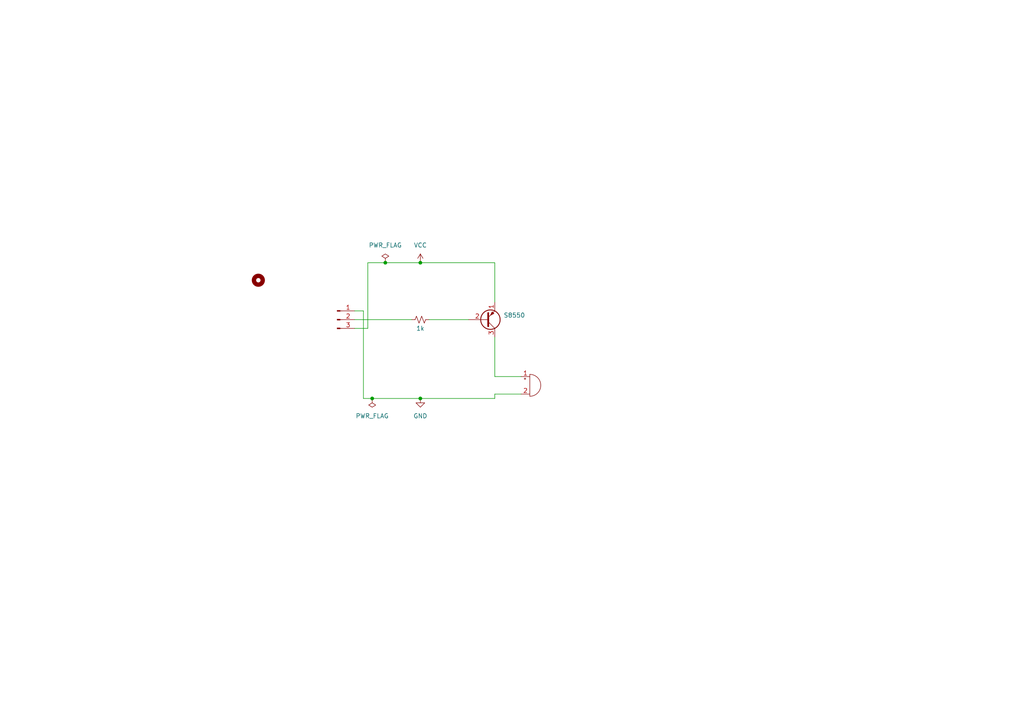
<source format=kicad_sch>
(kicad_sch
	(version 20231120)
	(generator "eeschema")
	(generator_version "8.0")
	(uuid "3ac4383b-1de0-44ef-8e8b-a99ec4beaf9e")
	(paper "A4")
	(title_block
		(title "Passive Buzzer Module")
		(date "2024-07-03")
		(company "Prince Lee Muhera")
	)
	(lib_symbols
		(symbol "Connector:Conn_01x03_Pin"
			(pin_names
				(offset 1.016) hide)
			(exclude_from_sim no)
			(in_bom yes)
			(on_board yes)
			(property "Reference" "J"
				(at 0 5.08 0)
				(effects
					(font
						(size 1.27 1.27)
					)
				)
			)
			(property "Value" "Conn_01x03_Pin"
				(at 0 -5.08 0)
				(effects
					(font
						(size 1.27 1.27)
					)
				)
			)
			(property "Footprint" ""
				(at 0 0 0)
				(effects
					(font
						(size 1.27 1.27)
					)
					(hide yes)
				)
			)
			(property "Datasheet" "~"
				(at 0 0 0)
				(effects
					(font
						(size 1.27 1.27)
					)
					(hide yes)
				)
			)
			(property "Description" "Generic connector, single row, 01x03, script generated"
				(at 0 0 0)
				(effects
					(font
						(size 1.27 1.27)
					)
					(hide yes)
				)
			)
			(property "ki_locked" ""
				(at 0 0 0)
				(effects
					(font
						(size 1.27 1.27)
					)
				)
			)
			(property "ki_keywords" "connector"
				(at 0 0 0)
				(effects
					(font
						(size 1.27 1.27)
					)
					(hide yes)
				)
			)
			(property "ki_fp_filters" "Connector*:*_1x??_*"
				(at 0 0 0)
				(effects
					(font
						(size 1.27 1.27)
					)
					(hide yes)
				)
			)
			(symbol "Conn_01x03_Pin_1_1"
				(polyline
					(pts
						(xy 1.27 -2.54) (xy 0.8636 -2.54)
					)
					(stroke
						(width 0.1524)
						(type default)
					)
					(fill
						(type none)
					)
				)
				(polyline
					(pts
						(xy 1.27 0) (xy 0.8636 0)
					)
					(stroke
						(width 0.1524)
						(type default)
					)
					(fill
						(type none)
					)
				)
				(polyline
					(pts
						(xy 1.27 2.54) (xy 0.8636 2.54)
					)
					(stroke
						(width 0.1524)
						(type default)
					)
					(fill
						(type none)
					)
				)
				(rectangle
					(start 0.8636 -2.413)
					(end 0 -2.667)
					(stroke
						(width 0.1524)
						(type default)
					)
					(fill
						(type outline)
					)
				)
				(rectangle
					(start 0.8636 0.127)
					(end 0 -0.127)
					(stroke
						(width 0.1524)
						(type default)
					)
					(fill
						(type outline)
					)
				)
				(rectangle
					(start 0.8636 2.667)
					(end 0 2.413)
					(stroke
						(width 0.1524)
						(type default)
					)
					(fill
						(type outline)
					)
				)
				(pin passive line
					(at 5.08 2.54 180)
					(length 3.81)
					(name "Pin_1"
						(effects
							(font
								(size 1.27 1.27)
							)
						)
					)
					(number "1"
						(effects
							(font
								(size 1.27 1.27)
							)
						)
					)
				)
				(pin passive line
					(at 5.08 0 180)
					(length 3.81)
					(name "Pin_2"
						(effects
							(font
								(size 1.27 1.27)
							)
						)
					)
					(number "2"
						(effects
							(font
								(size 1.27 1.27)
							)
						)
					)
				)
				(pin passive line
					(at 5.08 -2.54 180)
					(length 3.81)
					(name "Pin_3"
						(effects
							(font
								(size 1.27 1.27)
							)
						)
					)
					(number "3"
						(effects
							(font
								(size 1.27 1.27)
							)
						)
					)
				)
			)
		)
		(symbol "Device:Buzzer"
			(pin_names
				(offset 0.0254) hide)
			(exclude_from_sim no)
			(in_bom yes)
			(on_board yes)
			(property "Reference" "BZ"
				(at 3.81 1.27 0)
				(effects
					(font
						(size 1.27 1.27)
					)
					(justify left)
				)
			)
			(property "Value" "Buzzer"
				(at 3.81 -1.27 0)
				(effects
					(font
						(size 1.27 1.27)
					)
					(justify left)
				)
			)
			(property "Footprint" ""
				(at -0.635 2.54 90)
				(effects
					(font
						(size 1.27 1.27)
					)
					(hide yes)
				)
			)
			(property "Datasheet" "~"
				(at -0.635 2.54 90)
				(effects
					(font
						(size 1.27 1.27)
					)
					(hide yes)
				)
			)
			(property "Description" "Buzzer, polarized"
				(at 0 0 0)
				(effects
					(font
						(size 1.27 1.27)
					)
					(hide yes)
				)
			)
			(property "ki_keywords" "quartz resonator ceramic"
				(at 0 0 0)
				(effects
					(font
						(size 1.27 1.27)
					)
					(hide yes)
				)
			)
			(property "ki_fp_filters" "*Buzzer*"
				(at 0 0 0)
				(effects
					(font
						(size 1.27 1.27)
					)
					(hide yes)
				)
			)
			(symbol "Buzzer_0_1"
				(arc
					(start 0 -3.175)
					(mid 3.1612 0)
					(end 0 3.175)
					(stroke
						(width 0)
						(type default)
					)
					(fill
						(type none)
					)
				)
				(polyline
					(pts
						(xy -1.651 1.905) (xy -1.143 1.905)
					)
					(stroke
						(width 0)
						(type default)
					)
					(fill
						(type none)
					)
				)
				(polyline
					(pts
						(xy -1.397 2.159) (xy -1.397 1.651)
					)
					(stroke
						(width 0)
						(type default)
					)
					(fill
						(type none)
					)
				)
				(polyline
					(pts
						(xy 0 3.175) (xy 0 -3.175)
					)
					(stroke
						(width 0)
						(type default)
					)
					(fill
						(type none)
					)
				)
			)
			(symbol "Buzzer_1_1"
				(pin passive line
					(at -2.54 2.54 0)
					(length 2.54)
					(name "+"
						(effects
							(font
								(size 1.27 1.27)
							)
						)
					)
					(number "1"
						(effects
							(font
								(size 1.27 1.27)
							)
						)
					)
				)
				(pin passive line
					(at -2.54 -2.54 0)
					(length 2.54)
					(name "-"
						(effects
							(font
								(size 1.27 1.27)
							)
						)
					)
					(number "2"
						(effects
							(font
								(size 1.27 1.27)
							)
						)
					)
				)
			)
		)
		(symbol "Device:R_Small_US"
			(pin_numbers hide)
			(pin_names
				(offset 0.254) hide)
			(exclude_from_sim no)
			(in_bom yes)
			(on_board yes)
			(property "Reference" "R"
				(at 0.762 0.508 0)
				(effects
					(font
						(size 1.27 1.27)
					)
					(justify left)
				)
			)
			(property "Value" "R_Small_US"
				(at 0.762 -1.016 0)
				(effects
					(font
						(size 1.27 1.27)
					)
					(justify left)
				)
			)
			(property "Footprint" ""
				(at 0 0 0)
				(effects
					(font
						(size 1.27 1.27)
					)
					(hide yes)
				)
			)
			(property "Datasheet" "~"
				(at 0 0 0)
				(effects
					(font
						(size 1.27 1.27)
					)
					(hide yes)
				)
			)
			(property "Description" "Resistor, small US symbol"
				(at 0 0 0)
				(effects
					(font
						(size 1.27 1.27)
					)
					(hide yes)
				)
			)
			(property "ki_keywords" "r resistor"
				(at 0 0 0)
				(effects
					(font
						(size 1.27 1.27)
					)
					(hide yes)
				)
			)
			(property "ki_fp_filters" "R_*"
				(at 0 0 0)
				(effects
					(font
						(size 1.27 1.27)
					)
					(hide yes)
				)
			)
			(symbol "R_Small_US_1_1"
				(polyline
					(pts
						(xy 0 0) (xy 1.016 -0.381) (xy 0 -0.762) (xy -1.016 -1.143) (xy 0 -1.524)
					)
					(stroke
						(width 0)
						(type default)
					)
					(fill
						(type none)
					)
				)
				(polyline
					(pts
						(xy 0 1.524) (xy 1.016 1.143) (xy 0 0.762) (xy -1.016 0.381) (xy 0 0)
					)
					(stroke
						(width 0)
						(type default)
					)
					(fill
						(type none)
					)
				)
				(pin passive line
					(at 0 2.54 270)
					(length 1.016)
					(name "~"
						(effects
							(font
								(size 1.27 1.27)
							)
						)
					)
					(number "1"
						(effects
							(font
								(size 1.27 1.27)
							)
						)
					)
				)
				(pin passive line
					(at 0 -2.54 90)
					(length 1.016)
					(name "~"
						(effects
							(font
								(size 1.27 1.27)
							)
						)
					)
					(number "2"
						(effects
							(font
								(size 1.27 1.27)
							)
						)
					)
				)
			)
		)
		(symbol "Mechanical:MountingHole"
			(pin_names
				(offset 1.016)
			)
			(exclude_from_sim yes)
			(in_bom no)
			(on_board yes)
			(property "Reference" "H"
				(at 0 5.08 0)
				(effects
					(font
						(size 1.27 1.27)
					)
				)
			)
			(property "Value" "MountingHole"
				(at 0 3.175 0)
				(effects
					(font
						(size 1.27 1.27)
					)
				)
			)
			(property "Footprint" ""
				(at 0 0 0)
				(effects
					(font
						(size 1.27 1.27)
					)
					(hide yes)
				)
			)
			(property "Datasheet" "~"
				(at 0 0 0)
				(effects
					(font
						(size 1.27 1.27)
					)
					(hide yes)
				)
			)
			(property "Description" "Mounting Hole without connection"
				(at 0 0 0)
				(effects
					(font
						(size 1.27 1.27)
					)
					(hide yes)
				)
			)
			(property "ki_keywords" "mounting hole"
				(at 0 0 0)
				(effects
					(font
						(size 1.27 1.27)
					)
					(hide yes)
				)
			)
			(property "ki_fp_filters" "MountingHole*"
				(at 0 0 0)
				(effects
					(font
						(size 1.27 1.27)
					)
					(hide yes)
				)
			)
			(symbol "MountingHole_0_1"
				(circle
					(center 0 0)
					(radius 1.27)
					(stroke
						(width 1.27)
						(type default)
					)
					(fill
						(type none)
					)
				)
			)
		)
		(symbol "Transistor_BJT:S8550"
			(pin_names
				(offset 0) hide)
			(exclude_from_sim no)
			(in_bom yes)
			(on_board yes)
			(property "Reference" "Q"
				(at 5.08 1.905 0)
				(effects
					(font
						(size 1.27 1.27)
					)
					(justify left)
				)
			)
			(property "Value" "S8550"
				(at 5.08 0 0)
				(effects
					(font
						(size 1.27 1.27)
					)
					(justify left)
				)
			)
			(property "Footprint" "Package_TO_SOT_THT:TO-92_Inline"
				(at 5.08 -1.905 0)
				(effects
					(font
						(size 1.27 1.27)
						(italic yes)
					)
					(justify left)
					(hide yes)
				)
			)
			(property "Datasheet" "http://www.unisonic.com.tw/datasheet/S8550.pdf"
				(at 0 0 0)
				(effects
					(font
						(size 1.27 1.27)
					)
					(justify left)
					(hide yes)
				)
			)
			(property "Description" "0.7A Ic, 20V Vce, Low Voltage High Current PNP Transistor, TO-92"
				(at 0 0 0)
				(effects
					(font
						(size 1.27 1.27)
					)
					(hide yes)
				)
			)
			(property "ki_keywords" "S8550 PNP Low Voltage High Current Transistor"
				(at 0 0 0)
				(effects
					(font
						(size 1.27 1.27)
					)
					(hide yes)
				)
			)
			(property "ki_fp_filters" "TO?92*"
				(at 0 0 0)
				(effects
					(font
						(size 1.27 1.27)
					)
					(hide yes)
				)
			)
			(symbol "S8550_0_1"
				(polyline
					(pts
						(xy 0 0) (xy 0.635 0)
					)
					(stroke
						(width 0)
						(type default)
					)
					(fill
						(type none)
					)
				)
				(polyline
					(pts
						(xy 2.54 -2.54) (xy 0.635 -0.635)
					)
					(stroke
						(width 0)
						(type default)
					)
					(fill
						(type none)
					)
				)
				(polyline
					(pts
						(xy 2.54 2.54) (xy 0.635 0.635)
					)
					(stroke
						(width 0)
						(type default)
					)
					(fill
						(type none)
					)
				)
				(polyline
					(pts
						(xy 0.635 1.905) (xy 0.635 -1.905) (xy 0.635 -1.905)
					)
					(stroke
						(width 0.508)
						(type default)
					)
					(fill
						(type outline)
					)
				)
				(polyline
					(pts
						(xy 1.778 -2.286) (xy 2.286 -1.778) (xy 1.27 -1.27) (xy 1.778 -2.286) (xy 1.778 -2.286)
					)
					(stroke
						(width 0)
						(type default)
					)
					(fill
						(type outline)
					)
				)
				(circle
					(center 1.27 0)
					(radius 2.8194)
					(stroke
						(width 0.254)
						(type default)
					)
					(fill
						(type none)
					)
				)
			)
			(symbol "S8550_1_1"
				(pin passive line
					(at 2.54 -5.08 90)
					(length 2.54)
					(name "E"
						(effects
							(font
								(size 1.27 1.27)
							)
						)
					)
					(number "1"
						(effects
							(font
								(size 1.27 1.27)
							)
						)
					)
				)
				(pin input line
					(at -5.08 0 0)
					(length 5.08)
					(name "B"
						(effects
							(font
								(size 1.27 1.27)
							)
						)
					)
					(number "2"
						(effects
							(font
								(size 1.27 1.27)
							)
						)
					)
				)
				(pin passive line
					(at 2.54 5.08 270)
					(length 2.54)
					(name "C"
						(effects
							(font
								(size 1.27 1.27)
							)
						)
					)
					(number "3"
						(effects
							(font
								(size 1.27 1.27)
							)
						)
					)
				)
			)
		)
		(symbol "power:GND"
			(power)
			(pin_numbers hide)
			(pin_names
				(offset 0) hide)
			(exclude_from_sim no)
			(in_bom yes)
			(on_board yes)
			(property "Reference" "#PWR"
				(at 0 -6.35 0)
				(effects
					(font
						(size 1.27 1.27)
					)
					(hide yes)
				)
			)
			(property "Value" "GND"
				(at 0 -3.81 0)
				(effects
					(font
						(size 1.27 1.27)
					)
				)
			)
			(property "Footprint" ""
				(at 0 0 0)
				(effects
					(font
						(size 1.27 1.27)
					)
					(hide yes)
				)
			)
			(property "Datasheet" ""
				(at 0 0 0)
				(effects
					(font
						(size 1.27 1.27)
					)
					(hide yes)
				)
			)
			(property "Description" "Power symbol creates a global label with name \"GND\" , ground"
				(at 0 0 0)
				(effects
					(font
						(size 1.27 1.27)
					)
					(hide yes)
				)
			)
			(property "ki_keywords" "global power"
				(at 0 0 0)
				(effects
					(font
						(size 1.27 1.27)
					)
					(hide yes)
				)
			)
			(symbol "GND_0_1"
				(polyline
					(pts
						(xy 0 0) (xy 0 -1.27) (xy 1.27 -1.27) (xy 0 -2.54) (xy -1.27 -1.27) (xy 0 -1.27)
					)
					(stroke
						(width 0)
						(type default)
					)
					(fill
						(type none)
					)
				)
			)
			(symbol "GND_1_1"
				(pin power_in line
					(at 0 0 270)
					(length 0)
					(name "~"
						(effects
							(font
								(size 1.27 1.27)
							)
						)
					)
					(number "1"
						(effects
							(font
								(size 1.27 1.27)
							)
						)
					)
				)
			)
		)
		(symbol "power:PWR_FLAG"
			(power)
			(pin_numbers hide)
			(pin_names
				(offset 0) hide)
			(exclude_from_sim no)
			(in_bom yes)
			(on_board yes)
			(property "Reference" "#FLG"
				(at 0 1.905 0)
				(effects
					(font
						(size 1.27 1.27)
					)
					(hide yes)
				)
			)
			(property "Value" "PWR_FLAG"
				(at 0 3.81 0)
				(effects
					(font
						(size 1.27 1.27)
					)
				)
			)
			(property "Footprint" ""
				(at 0 0 0)
				(effects
					(font
						(size 1.27 1.27)
					)
					(hide yes)
				)
			)
			(property "Datasheet" "~"
				(at 0 0 0)
				(effects
					(font
						(size 1.27 1.27)
					)
					(hide yes)
				)
			)
			(property "Description" "Special symbol for telling ERC where power comes from"
				(at 0 0 0)
				(effects
					(font
						(size 1.27 1.27)
					)
					(hide yes)
				)
			)
			(property "ki_keywords" "flag power"
				(at 0 0 0)
				(effects
					(font
						(size 1.27 1.27)
					)
					(hide yes)
				)
			)
			(symbol "PWR_FLAG_0_0"
				(pin power_out line
					(at 0 0 90)
					(length 0)
					(name "~"
						(effects
							(font
								(size 1.27 1.27)
							)
						)
					)
					(number "1"
						(effects
							(font
								(size 1.27 1.27)
							)
						)
					)
				)
			)
			(symbol "PWR_FLAG_0_1"
				(polyline
					(pts
						(xy 0 0) (xy 0 1.27) (xy -1.016 1.905) (xy 0 2.54) (xy 1.016 1.905) (xy 0 1.27)
					)
					(stroke
						(width 0)
						(type default)
					)
					(fill
						(type none)
					)
				)
			)
		)
		(symbol "power:VCC"
			(power)
			(pin_numbers hide)
			(pin_names
				(offset 0) hide)
			(exclude_from_sim no)
			(in_bom yes)
			(on_board yes)
			(property "Reference" "#PWR"
				(at 0 -3.81 0)
				(effects
					(font
						(size 1.27 1.27)
					)
					(hide yes)
				)
			)
			(property "Value" "VCC"
				(at 0 3.556 0)
				(effects
					(font
						(size 1.27 1.27)
					)
				)
			)
			(property "Footprint" ""
				(at 0 0 0)
				(effects
					(font
						(size 1.27 1.27)
					)
					(hide yes)
				)
			)
			(property "Datasheet" ""
				(at 0 0 0)
				(effects
					(font
						(size 1.27 1.27)
					)
					(hide yes)
				)
			)
			(property "Description" "Power symbol creates a global label with name \"VCC\""
				(at 0 0 0)
				(effects
					(font
						(size 1.27 1.27)
					)
					(hide yes)
				)
			)
			(property "ki_keywords" "global power"
				(at 0 0 0)
				(effects
					(font
						(size 1.27 1.27)
					)
					(hide yes)
				)
			)
			(symbol "VCC_0_1"
				(polyline
					(pts
						(xy -0.762 1.27) (xy 0 2.54)
					)
					(stroke
						(width 0)
						(type default)
					)
					(fill
						(type none)
					)
				)
				(polyline
					(pts
						(xy 0 0) (xy 0 2.54)
					)
					(stroke
						(width 0)
						(type default)
					)
					(fill
						(type none)
					)
				)
				(polyline
					(pts
						(xy 0 2.54) (xy 0.762 1.27)
					)
					(stroke
						(width 0)
						(type default)
					)
					(fill
						(type none)
					)
				)
			)
			(symbol "VCC_1_1"
				(pin power_in line
					(at 0 0 90)
					(length 0)
					(name "~"
						(effects
							(font
								(size 1.27 1.27)
							)
						)
					)
					(number "1"
						(effects
							(font
								(size 1.27 1.27)
							)
						)
					)
				)
			)
		)
	)
	(junction
		(at 107.95 115.57)
		(diameter 0)
		(color 0 0 0 0)
		(uuid "066f2949-2a14-4196-accd-f1a99d9f5b8e")
	)
	(junction
		(at 121.92 76.2)
		(diameter 0)
		(color 0 0 0 0)
		(uuid "258bc05c-5829-4658-88b7-a32a7a636d01")
	)
	(junction
		(at 121.92 115.57)
		(diameter 0)
		(color 0 0 0 0)
		(uuid "8c07985d-55e2-41ad-afc6-1783c7a8848e")
	)
	(junction
		(at 111.76 76.2)
		(diameter 0)
		(color 0 0 0 0)
		(uuid "c1f18d17-ab9b-43dc-af54-c522136647b1")
	)
	(wire
		(pts
			(xy 143.51 97.79) (xy 143.51 109.22)
		)
		(stroke
			(width 0)
			(type default)
		)
		(uuid "001258cb-6ef5-4836-b3c9-d759110b2f2e")
	)
	(wire
		(pts
			(xy 143.51 76.2) (xy 121.92 76.2)
		)
		(stroke
			(width 0)
			(type default)
		)
		(uuid "00b3cc1e-fae9-418a-a7b7-11789d525878")
	)
	(wire
		(pts
			(xy 105.41 115.57) (xy 107.95 115.57)
		)
		(stroke
			(width 0)
			(type default)
		)
		(uuid "0432bb22-d6f1-4851-aac3-b85e766c327f")
	)
	(wire
		(pts
			(xy 106.68 95.25) (xy 102.87 95.25)
		)
		(stroke
			(width 0)
			(type default)
		)
		(uuid "16e7f51b-825c-4a27-a8de-b4856c5de9b6")
	)
	(wire
		(pts
			(xy 111.76 76.2) (xy 121.92 76.2)
		)
		(stroke
			(width 0)
			(type default)
		)
		(uuid "1d6c1b46-05f4-444a-84d9-e7965435c0a9")
	)
	(wire
		(pts
			(xy 106.68 76.2) (xy 111.76 76.2)
		)
		(stroke
			(width 0)
			(type default)
		)
		(uuid "2aa4f072-3794-4650-809e-eefde809d6a2")
	)
	(wire
		(pts
			(xy 151.13 114.3) (xy 143.51 114.3)
		)
		(stroke
			(width 0)
			(type default)
		)
		(uuid "334a8e9f-f575-4577-8bbe-a6c5bb2e11da")
	)
	(wire
		(pts
			(xy 105.41 115.57) (xy 105.41 90.17)
		)
		(stroke
			(width 0)
			(type default)
		)
		(uuid "35342110-91df-4402-be7a-f5c5e62339a3")
	)
	(wire
		(pts
			(xy 124.46 92.71) (xy 135.89 92.71)
		)
		(stroke
			(width 0)
			(type default)
		)
		(uuid "371583f3-fc49-43bd-b2e0-11823a9ec721")
	)
	(wire
		(pts
			(xy 107.95 115.57) (xy 121.92 115.57)
		)
		(stroke
			(width 0)
			(type default)
		)
		(uuid "6e69653d-8486-4cd4-b48d-aece8bb5b9a9")
	)
	(wire
		(pts
			(xy 106.68 76.2) (xy 106.68 95.25)
		)
		(stroke
			(width 0)
			(type default)
		)
		(uuid "7bbb8db2-7eda-4049-a7b8-332bfd90a681")
	)
	(wire
		(pts
			(xy 105.41 90.17) (xy 102.87 90.17)
		)
		(stroke
			(width 0)
			(type default)
		)
		(uuid "7e18606a-d6e7-4af2-9054-afcbd3dfb7b6")
	)
	(wire
		(pts
			(xy 143.51 115.57) (xy 121.92 115.57)
		)
		(stroke
			(width 0)
			(type default)
		)
		(uuid "8b4e04c7-af98-44e7-9172-05d8963e8575")
	)
	(wire
		(pts
			(xy 143.51 115.57) (xy 143.51 114.3)
		)
		(stroke
			(width 0)
			(type default)
		)
		(uuid "8b8b5adc-3903-4ca4-a788-13f7037636ee")
	)
	(wire
		(pts
			(xy 143.51 87.63) (xy 143.51 76.2)
		)
		(stroke
			(width 0)
			(type default)
		)
		(uuid "a073d0e6-dd97-4b77-8f1f-4fde4a9d5b31")
	)
	(wire
		(pts
			(xy 143.51 109.22) (xy 151.13 109.22)
		)
		(stroke
			(width 0)
			(type default)
		)
		(uuid "b667b94c-8c7b-4a9a-8732-4601a9207aca")
	)
	(wire
		(pts
			(xy 102.87 92.71) (xy 119.38 92.71)
		)
		(stroke
			(width 0)
			(type default)
		)
		(uuid "defdbab1-c69f-468c-b86a-e12ff353e816")
	)
	(symbol
		(lib_id "power:PWR_FLAG")
		(at 111.76 76.2 0)
		(unit 1)
		(exclude_from_sim no)
		(in_bom yes)
		(on_board yes)
		(dnp no)
		(fields_autoplaced yes)
		(uuid "3397b694-6f4b-41ff-867f-0595c0c8ddf8")
		(property "Reference" "#FLG01"
			(at 111.76 74.295 0)
			(effects
				(font
					(size 1.27 1.27)
				)
				(hide yes)
			)
		)
		(property "Value" "PWR_FLAG"
			(at 111.76 71.12 0)
			(effects
				(font
					(size 1.27 1.27)
				)
			)
		)
		(property "Footprint" ""
			(at 111.76 76.2 0)
			(effects
				(font
					(size 1.27 1.27)
				)
				(hide yes)
			)
		)
		(property "Datasheet" "~"
			(at 111.76 76.2 0)
			(effects
				(font
					(size 1.27 1.27)
				)
				(hide yes)
			)
		)
		(property "Description" "Special symbol for telling ERC where power comes from"
			(at 111.76 76.2 0)
			(effects
				(font
					(size 1.27 1.27)
				)
				(hide yes)
			)
		)
		(pin "1"
			(uuid "dbfa7c94-2594-46c6-8053-40c6c2543cf3")
		)
		(instances
			(project ""
				(path "/3ac4383b-1de0-44ef-8e8b-a99ec4beaf9e"
					(reference "#FLG01")
					(unit 1)
				)
			)
		)
	)
	(symbol
		(lib_id "Connector:Conn_01x03_Pin")
		(at 97.79 92.71 0)
		(unit 1)
		(exclude_from_sim no)
		(in_bom yes)
		(on_board yes)
		(dnp no)
		(fields_autoplaced yes)
		(uuid "5f230cde-54a2-4d07-8ca4-fe9a91f8ef94")
		(property "Reference" "J1"
			(at 98.425 85.09 0)
			(effects
				(font
					(size 1.27 1.27)
				)
				(hide yes)
			)
		)
		(property "Value" "Conn_01x03_Pin"
			(at 98.425 87.63 0)
			(effects
				(font
					(size 1.27 1.27)
				)
				(hide yes)
			)
		)
		(property "Footprint" "Connector_PinHeader_2.54mm:PinHeader_1x03_P2.54mm_Horizontal"
			(at 97.79 92.71 0)
			(effects
				(font
					(size 1.27 1.27)
				)
				(hide yes)
			)
		)
		(property "Datasheet" "~"
			(at 97.79 92.71 0)
			(effects
				(font
					(size 1.27 1.27)
				)
				(hide yes)
			)
		)
		(property "Description" "Generic connector, single row, 01x03, script generated"
			(at 97.79 92.71 0)
			(effects
				(font
					(size 1.27 1.27)
				)
				(hide yes)
			)
		)
		(pin "2"
			(uuid "8b7e9e31-e70e-4163-9675-51d867a77a18")
		)
		(pin "1"
			(uuid "3d4b1df5-1d57-4389-ab4a-b8f11e925bc4")
		)
		(pin "3"
			(uuid "a10270b0-65eb-40d6-be81-7b6446ba3c23")
		)
		(instances
			(project ""
				(path "/3ac4383b-1de0-44ef-8e8b-a99ec4beaf9e"
					(reference "J1")
					(unit 1)
				)
			)
		)
	)
	(symbol
		(lib_id "Device:Buzzer")
		(at 153.67 111.76 0)
		(unit 1)
		(exclude_from_sim no)
		(in_bom yes)
		(on_board yes)
		(dnp no)
		(fields_autoplaced yes)
		(uuid "645df9d4-0e7e-45c7-a1ff-35b3035ae02f")
		(property "Reference" "BZ1"
			(at 157.48 110.4899 0)
			(effects
				(font
					(size 1.27 1.27)
				)
				(justify left)
				(hide yes)
			)
		)
		(property "Value" "Buzzer"
			(at 157.48 113.0299 0)
			(effects
				(font
					(size 1.27 1.27)
				)
				(justify left)
				(hide yes)
			)
		)
		(property "Footprint" "Buzzer_Beeper:Buzzer_12x9.5RM7.6"
			(at 153.035 109.22 90)
			(effects
				(font
					(size 1.27 1.27)
				)
				(hide yes)
			)
		)
		(property "Datasheet" "~"
			(at 153.035 109.22 90)
			(effects
				(font
					(size 1.27 1.27)
				)
				(hide yes)
			)
		)
		(property "Description" "Buzzer, polarized"
			(at 153.67 111.76 0)
			(effects
				(font
					(size 1.27 1.27)
				)
				(hide yes)
			)
		)
		(pin "1"
			(uuid "196850fa-947a-43b0-922f-4cd3f335f081")
		)
		(pin "2"
			(uuid "255bccdb-ffdb-4f0c-9af4-e7ef2019f773")
		)
		(instances
			(project ""
				(path "/3ac4383b-1de0-44ef-8e8b-a99ec4beaf9e"
					(reference "BZ1")
					(unit 1)
				)
			)
		)
	)
	(symbol
		(lib_id "Mechanical:MountingHole")
		(at 74.93 81.28 0)
		(unit 1)
		(exclude_from_sim yes)
		(in_bom no)
		(on_board yes)
		(dnp no)
		(fields_autoplaced yes)
		(uuid "799a30f4-9aac-4ff3-96f5-90257d31a809")
		(property "Reference" "H1"
			(at 77.47 80.0099 0)
			(effects
				(font
					(size 1.27 1.27)
				)
				(justify left)
				(hide yes)
			)
		)
		(property "Value" "MountingHole"
			(at 77.47 82.5499 0)
			(effects
				(font
					(size 1.27 1.27)
				)
				(justify left)
				(hide yes)
			)
		)
		(property "Footprint" "MountingHole:MountingHole_2.1mm"
			(at 74.93 81.28 0)
			(effects
				(font
					(size 1.27 1.27)
				)
				(hide yes)
			)
		)
		(property "Datasheet" "~"
			(at 74.93 81.28 0)
			(effects
				(font
					(size 1.27 1.27)
				)
				(hide yes)
			)
		)
		(property "Description" "Mounting Hole without connection"
			(at 74.93 81.28 0)
			(effects
				(font
					(size 1.27 1.27)
				)
				(hide yes)
			)
		)
		(instances
			(project ""
				(path "/3ac4383b-1de0-44ef-8e8b-a99ec4beaf9e"
					(reference "H1")
					(unit 1)
				)
			)
		)
	)
	(symbol
		(lib_id "Device:R_Small_US")
		(at 121.92 92.71 90)
		(unit 1)
		(exclude_from_sim no)
		(in_bom yes)
		(on_board yes)
		(dnp no)
		(uuid "81a6dc9f-58a7-48a1-be6f-ef6fb23529e9")
		(property "Reference" "R1"
			(at 121.92 90.17 90)
			(effects
				(font
					(size 1.27 1.27)
				)
				(hide yes)
			)
		)
		(property "Value" "1k"
			(at 121.92 95.25 90)
			(effects
				(font
					(size 1.27 1.27)
				)
			)
		)
		(property "Footprint" "Resistor_SMD:R_0201_0603Metric"
			(at 121.92 92.71 0)
			(effects
				(font
					(size 1.27 1.27)
				)
				(hide yes)
			)
		)
		(property "Datasheet" "~"
			(at 121.92 92.71 0)
			(effects
				(font
					(size 1.27 1.27)
				)
				(hide yes)
			)
		)
		(property "Description" "Resistor, small US symbol"
			(at 121.92 92.71 0)
			(effects
				(font
					(size 1.27 1.27)
				)
				(hide yes)
			)
		)
		(pin "1"
			(uuid "0ef327ee-969b-424a-aae2-4b039f9dbf6e")
		)
		(pin "2"
			(uuid "ae7612d4-b48e-4c56-aea2-9ac931c803f6")
		)
		(instances
			(project ""
				(path "/3ac4383b-1de0-44ef-8e8b-a99ec4beaf9e"
					(reference "R1")
					(unit 1)
				)
			)
		)
	)
	(symbol
		(lib_id "power:GND")
		(at 121.92 115.57 0)
		(unit 1)
		(exclude_from_sim no)
		(in_bom yes)
		(on_board yes)
		(dnp no)
		(fields_autoplaced yes)
		(uuid "ae5e9d72-d24f-457b-a52a-de665f6ae3a7")
		(property "Reference" "#PWR01"
			(at 121.92 121.92 0)
			(effects
				(font
					(size 1.27 1.27)
				)
				(hide yes)
			)
		)
		(property "Value" "GND"
			(at 121.92 120.65 0)
			(effects
				(font
					(size 1.27 1.27)
				)
			)
		)
		(property "Footprint" ""
			(at 121.92 115.57 0)
			(effects
				(font
					(size 1.27 1.27)
				)
				(hide yes)
			)
		)
		(property "Datasheet" ""
			(at 121.92 115.57 0)
			(effects
				(font
					(size 1.27 1.27)
				)
				(hide yes)
			)
		)
		(property "Description" "Power symbol creates a global label with name \"GND\" , ground"
			(at 121.92 115.57 0)
			(effects
				(font
					(size 1.27 1.27)
				)
				(hide yes)
			)
		)
		(pin "1"
			(uuid "f3aef9b3-ec6a-40aa-a61e-e81aca5b9fba")
		)
		(instances
			(project "Passive Buzzer Module"
				(path "/3ac4383b-1de0-44ef-8e8b-a99ec4beaf9e"
					(reference "#PWR01")
					(unit 1)
				)
			)
		)
	)
	(symbol
		(lib_id "power:VCC")
		(at 121.92 76.2 0)
		(unit 1)
		(exclude_from_sim no)
		(in_bom yes)
		(on_board yes)
		(dnp no)
		(fields_autoplaced yes)
		(uuid "d27305e0-253e-403c-9aa2-0c96e34e3cb0")
		(property "Reference" "#PWR02"
			(at 121.92 80.01 0)
			(effects
				(font
					(size 1.27 1.27)
				)
				(hide yes)
			)
		)
		(property "Value" "VCC"
			(at 121.92 71.12 0)
			(effects
				(font
					(size 1.27 1.27)
				)
			)
		)
		(property "Footprint" ""
			(at 121.92 76.2 0)
			(effects
				(font
					(size 1.27 1.27)
				)
				(hide yes)
			)
		)
		(property "Datasheet" ""
			(at 121.92 76.2 0)
			(effects
				(font
					(size 1.27 1.27)
				)
				(hide yes)
			)
		)
		(property "Description" "Power symbol creates a global label with name \"VCC\""
			(at 121.92 76.2 0)
			(effects
				(font
					(size 1.27 1.27)
				)
				(hide yes)
			)
		)
		(pin "1"
			(uuid "c6929bb7-2432-4cb9-993c-dd1eca5dd0fb")
		)
		(instances
			(project "Passive Buzzer Module"
				(path "/3ac4383b-1de0-44ef-8e8b-a99ec4beaf9e"
					(reference "#PWR02")
					(unit 1)
				)
			)
		)
	)
	(symbol
		(lib_id "Transistor_BJT:S8550")
		(at 140.97 92.71 0)
		(mirror x)
		(unit 1)
		(exclude_from_sim no)
		(in_bom yes)
		(on_board yes)
		(dnp no)
		(uuid "d76fb828-9c2a-49c0-8e65-5b762ec91255")
		(property "Reference" "Q1"
			(at 146.05 93.9801 0)
			(effects
				(font
					(size 1.27 1.27)
				)
				(justify left)
				(hide yes)
			)
		)
		(property "Value" "S8550"
			(at 146.05 91.4401 0)
			(effects
				(font
					(size 1.27 1.27)
				)
				(justify left)
			)
		)
		(property "Footprint" "Package_TO_SOT_THT:TO-92_HandSolder"
			(at 146.05 90.805 0)
			(effects
				(font
					(size 1.27 1.27)
					(italic yes)
				)
				(justify left)
				(hide yes)
			)
		)
		(property "Datasheet" "http://www.unisonic.com.tw/datasheet/S8550.pdf"
			(at 140.97 92.71 0)
			(effects
				(font
					(size 1.27 1.27)
				)
				(justify left)
				(hide yes)
			)
		)
		(property "Description" "0.7A Ic, 20V Vce, Low Voltage High Current PNP Transistor, TO-92"
			(at 140.97 92.71 0)
			(effects
				(font
					(size 1.27 1.27)
				)
				(hide yes)
			)
		)
		(pin "1"
			(uuid "4bcc654f-066d-425f-9eea-c66c3de626ea")
		)
		(pin "3"
			(uuid "1a2d8042-d8ef-4d94-8207-8a7108e0e368")
		)
		(pin "2"
			(uuid "b2837b13-92f3-482c-aed5-892df8cbb95b")
		)
		(instances
			(project ""
				(path "/3ac4383b-1de0-44ef-8e8b-a99ec4beaf9e"
					(reference "Q1")
					(unit 1)
				)
			)
		)
	)
	(symbol
		(lib_id "power:PWR_FLAG")
		(at 107.95 115.57 180)
		(unit 1)
		(exclude_from_sim no)
		(in_bom yes)
		(on_board yes)
		(dnp no)
		(fields_autoplaced yes)
		(uuid "e7ed676e-9173-4cbe-b5d5-d8a54a2f9689")
		(property "Reference" "#FLG02"
			(at 107.95 117.475 0)
			(effects
				(font
					(size 1.27 1.27)
				)
				(hide yes)
			)
		)
		(property "Value" "PWR_FLAG"
			(at 107.95 120.65 0)
			(effects
				(font
					(size 1.27 1.27)
				)
			)
		)
		(property "Footprint" ""
			(at 107.95 115.57 0)
			(effects
				(font
					(size 1.27 1.27)
				)
				(hide yes)
			)
		)
		(property "Datasheet" "~"
			(at 107.95 115.57 0)
			(effects
				(font
					(size 1.27 1.27)
				)
				(hide yes)
			)
		)
		(property "Description" "Special symbol for telling ERC where power comes from"
			(at 107.95 115.57 0)
			(effects
				(font
					(size 1.27 1.27)
				)
				(hide yes)
			)
		)
		(pin "1"
			(uuid "bd18656d-54e2-4e7f-873d-6a5b618b47da")
		)
		(instances
			(project "Passive Buzzer Module"
				(path "/3ac4383b-1de0-44ef-8e8b-a99ec4beaf9e"
					(reference "#FLG02")
					(unit 1)
				)
			)
		)
	)
	(sheet_instances
		(path "/"
			(page "1")
		)
	)
)

</source>
